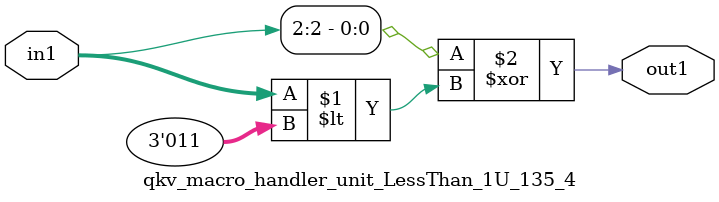
<source format=v>

`timescale 1ps / 1ps


module qkv_macro_handler_unit_LessThan_1U_135_4( in1, out1 );

    input [2:0] in1;
    output out1;

    
    // rtl_process:qkv_macro_handler_unit_LessThan_1U_135_4/qkv_macro_handler_unit_LessThan_1U_135_4_thread_1
    assign out1 = (in1[2] ^ in1 < 3'd3);

endmodule



</source>
